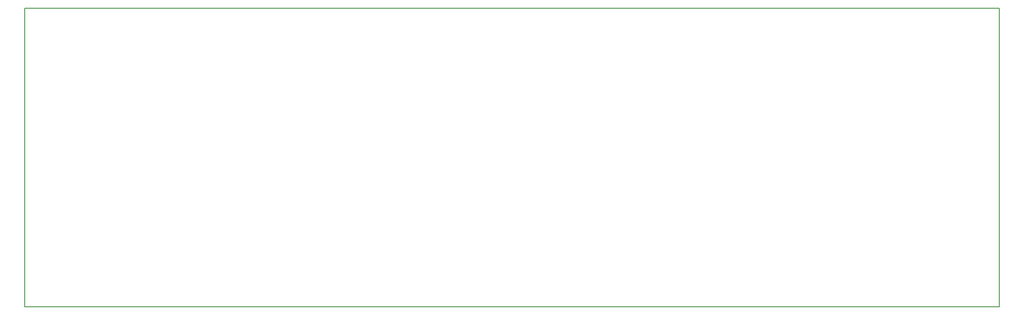
<source format=gbo>
G04 MADE WITH FRITZING*
G04 WWW.FRITZING.ORG*
G04 DOUBLE SIDED*
G04 HOLES PLATED*
G04 CONTOUR ON CENTER OF CONTOUR VECTOR*
%ASAXBY*%
%FSLAX23Y23*%
%MOIN*%
%OFA0B0*%
%SFA1.0B1.0*%
%ADD10R,7.500010X2.307090X7.484010X2.291090*%
%ADD11C,0.008000*%
%LNSILK0*%
G90*
G70*
G54D11*
X4Y2303D02*
X7496Y2303D01*
X7496Y4D01*
X4Y4D01*
X4Y2303D01*
D02*
G04 End of Silk0*
M02*
</source>
